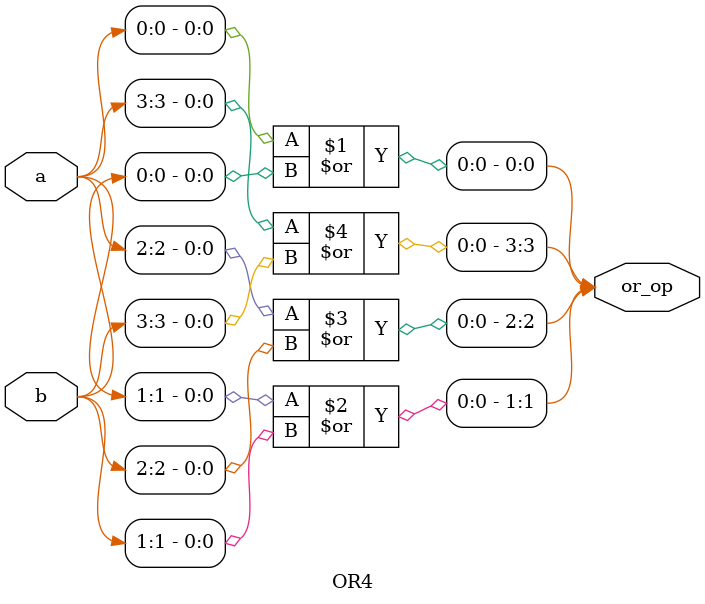
<source format=v>
module OR4(
    output [3:0]or_op,
    input [3:0]a,b
);

or or_gate0(or_op[0], a[0], b[0]);
or or_gate1(or_op[1], a[1], b[1]);
or or_gate2(or_op[2], a[2], b[2]);
or or_gate3(or_op[3], a[3], b[3]);

endmodule
</source>
